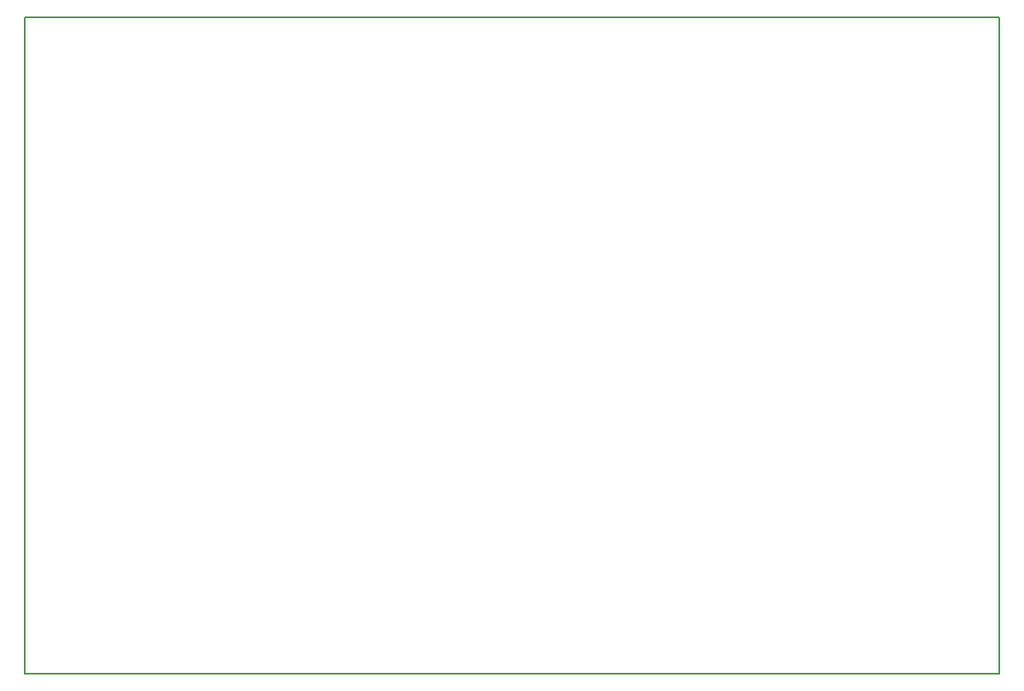
<source format=gm1>
G04 #@! TF.FileFunction,Profile,NP*
%FSLAX46Y46*%
G04 Gerber Fmt 4.6, Leading zero omitted, Abs format (unit mm)*
G04 Created by KiCad (PCBNEW 4.0.7) date 12/16/17 16:03:18*
%MOMM*%
%LPD*%
G01*
G04 APERTURE LIST*
%ADD10C,0.100000*%
%ADD11C,0.150000*%
G04 APERTURE END LIST*
D10*
D11*
X30000000Y-102500000D02*
X30000000Y-170000000D01*
X130000000Y-102500000D02*
X30000000Y-102500000D01*
X130000000Y-170000000D02*
X130000000Y-102500000D01*
X30000000Y-170000000D02*
X130000000Y-170000000D01*
M02*

</source>
